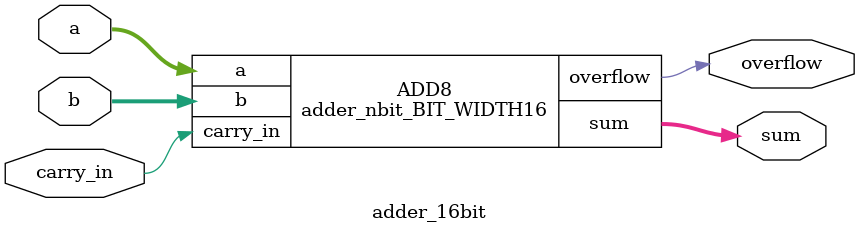
<source format=v>


module adder_1bit_15 ( a, b, carry_in, sum, carry_out );
  input a, b, carry_in;
  output sum, carry_out;
  wire   n1, n2;

  XOR2X1 U1 ( .A(carry_in), .B(n1), .Y(sum) );
  INVX1 U2 ( .A(n2), .Y(carry_out) );
  AOI22X1 U3 ( .A(b), .B(a), .C(n1), .D(carry_in), .Y(n2) );
  XOR2X1 U4 ( .A(a), .B(b), .Y(n1) );
endmodule


module adder_1bit_0 ( a, b, carry_in, sum, carry_out );
  input a, b, carry_in;
  output sum, carry_out;
  wire   n1, n2;

  XOR2X1 U1 ( .A(carry_in), .B(n1), .Y(sum) );
  INVX1 U2 ( .A(n2), .Y(carry_out) );
  AOI22X1 U3 ( .A(b), .B(a), .C(n1), .D(carry_in), .Y(n2) );
  XOR2X1 U4 ( .A(a), .B(b), .Y(n1) );
endmodule


module adder_1bit_1 ( a, b, carry_in, sum, carry_out );
  input a, b, carry_in;
  output sum, carry_out;
  wire   n1, n2;

  XOR2X1 U1 ( .A(carry_in), .B(n1), .Y(sum) );
  INVX1 U2 ( .A(n2), .Y(carry_out) );
  AOI22X1 U3 ( .A(b), .B(a), .C(n1), .D(carry_in), .Y(n2) );
  XOR2X1 U4 ( .A(a), .B(b), .Y(n1) );
endmodule


module adder_1bit_2 ( a, b, carry_in, sum, carry_out );
  input a, b, carry_in;
  output sum, carry_out;
  wire   n1, n2;

  XOR2X1 U1 ( .A(carry_in), .B(n1), .Y(sum) );
  INVX1 U2 ( .A(n2), .Y(carry_out) );
  AOI22X1 U3 ( .A(b), .B(a), .C(n1), .D(carry_in), .Y(n2) );
  XOR2X1 U4 ( .A(a), .B(b), .Y(n1) );
endmodule


module adder_1bit_3 ( a, b, carry_in, sum, carry_out );
  input a, b, carry_in;
  output sum, carry_out;
  wire   n1, n2;

  XOR2X1 U1 ( .A(carry_in), .B(n1), .Y(sum) );
  INVX1 U2 ( .A(n2), .Y(carry_out) );
  AOI22X1 U3 ( .A(b), .B(a), .C(n1), .D(carry_in), .Y(n2) );
  XOR2X1 U4 ( .A(a), .B(b), .Y(n1) );
endmodule


module adder_1bit_4 ( a, b, carry_in, sum, carry_out );
  input a, b, carry_in;
  output sum, carry_out;
  wire   n1, n2;

  XOR2X1 U1 ( .A(carry_in), .B(n1), .Y(sum) );
  INVX1 U2 ( .A(n2), .Y(carry_out) );
  AOI22X1 U3 ( .A(b), .B(a), .C(n1), .D(carry_in), .Y(n2) );
  XOR2X1 U4 ( .A(a), .B(b), .Y(n1) );
endmodule


module adder_1bit_5 ( a, b, carry_in, sum, carry_out );
  input a, b, carry_in;
  output sum, carry_out;
  wire   n1, n2;

  XOR2X1 U1 ( .A(carry_in), .B(n1), .Y(sum) );
  INVX1 U2 ( .A(n2), .Y(carry_out) );
  AOI22X1 U3 ( .A(b), .B(a), .C(n1), .D(carry_in), .Y(n2) );
  XOR2X1 U4 ( .A(a), .B(b), .Y(n1) );
endmodule


module adder_1bit_6 ( a, b, carry_in, sum, carry_out );
  input a, b, carry_in;
  output sum, carry_out;
  wire   n1, n2;

  XOR2X1 U1 ( .A(carry_in), .B(n1), .Y(sum) );
  INVX1 U2 ( .A(n2), .Y(carry_out) );
  AOI22X1 U3 ( .A(b), .B(a), .C(n1), .D(carry_in), .Y(n2) );
  XOR2X1 U4 ( .A(a), .B(b), .Y(n1) );
endmodule


module adder_1bit_7 ( a, b, carry_in, sum, carry_out );
  input a, b, carry_in;
  output sum, carry_out;
  wire   n1, n2;

  XOR2X1 U1 ( .A(carry_in), .B(n1), .Y(sum) );
  INVX1 U2 ( .A(n2), .Y(carry_out) );
  AOI22X1 U3 ( .A(b), .B(a), .C(n1), .D(carry_in), .Y(n2) );
  XOR2X1 U4 ( .A(a), .B(b), .Y(n1) );
endmodule


module adder_1bit_8 ( a, b, carry_in, sum, carry_out );
  input a, b, carry_in;
  output sum, carry_out;
  wire   n1, n2;

  XOR2X1 U1 ( .A(carry_in), .B(n1), .Y(sum) );
  INVX1 U2 ( .A(n2), .Y(carry_out) );
  AOI22X1 U3 ( .A(b), .B(a), .C(n1), .D(carry_in), .Y(n2) );
  XOR2X1 U4 ( .A(a), .B(b), .Y(n1) );
endmodule


module adder_1bit_9 ( a, b, carry_in, sum, carry_out );
  input a, b, carry_in;
  output sum, carry_out;
  wire   n1, n2;

  XOR2X1 U1 ( .A(carry_in), .B(n1), .Y(sum) );
  INVX1 U2 ( .A(n2), .Y(carry_out) );
  AOI22X1 U3 ( .A(b), .B(a), .C(n1), .D(carry_in), .Y(n2) );
  XOR2X1 U4 ( .A(a), .B(b), .Y(n1) );
endmodule


module adder_1bit_10 ( a, b, carry_in, sum, carry_out );
  input a, b, carry_in;
  output sum, carry_out;
  wire   n1, n2;

  XOR2X1 U1 ( .A(carry_in), .B(n1), .Y(sum) );
  INVX1 U2 ( .A(n2), .Y(carry_out) );
  AOI22X1 U3 ( .A(b), .B(a), .C(n1), .D(carry_in), .Y(n2) );
  XOR2X1 U4 ( .A(a), .B(b), .Y(n1) );
endmodule


module adder_1bit_11 ( a, b, carry_in, sum, carry_out );
  input a, b, carry_in;
  output sum, carry_out;
  wire   n1, n2;

  XOR2X1 U1 ( .A(carry_in), .B(n1), .Y(sum) );
  INVX1 U2 ( .A(n2), .Y(carry_out) );
  AOI22X1 U3 ( .A(b), .B(a), .C(n1), .D(carry_in), .Y(n2) );
  XOR2X1 U4 ( .A(a), .B(b), .Y(n1) );
endmodule


module adder_1bit_12 ( a, b, carry_in, sum, carry_out );
  input a, b, carry_in;
  output sum, carry_out;
  wire   n1, n2;

  XOR2X1 U1 ( .A(carry_in), .B(n1), .Y(sum) );
  INVX1 U2 ( .A(n2), .Y(carry_out) );
  AOI22X1 U3 ( .A(b), .B(a), .C(n1), .D(carry_in), .Y(n2) );
  XOR2X1 U4 ( .A(a), .B(b), .Y(n1) );
endmodule


module adder_1bit_13 ( a, b, carry_in, sum, carry_out );
  input a, b, carry_in;
  output sum, carry_out;
  wire   n1, n2;

  XOR2X1 U1 ( .A(carry_in), .B(n1), .Y(sum) );
  INVX1 U2 ( .A(n2), .Y(carry_out) );
  AOI22X1 U3 ( .A(b), .B(a), .C(n1), .D(carry_in), .Y(n2) );
  XOR2X1 U4 ( .A(a), .B(b), .Y(n1) );
endmodule


module adder_1bit_14 ( a, b, carry_in, sum, carry_out );
  input a, b, carry_in;
  output sum, carry_out;
  wire   n1, n2;

  XOR2X1 U1 ( .A(carry_in), .B(n1), .Y(sum) );
  INVX1 U2 ( .A(n2), .Y(carry_out) );
  AOI22X1 U3 ( .A(b), .B(a), .C(n1), .D(carry_in), .Y(n2) );
  XOR2X1 U4 ( .A(a), .B(b), .Y(n1) );
endmodule


module adder_nbit_BIT_WIDTH16 ( a, b, carry_in, sum, overflow );
  input [15:0] a;
  input [15:0] b;
  output [15:0] sum;
  input carry_in;
  output overflow;

  wire   [15:1] carrys;

  adder_1bit_15 \genblk1[0].IX  ( .a(a[0]), .b(b[0]), .carry_in(carry_in), 
        .sum(sum[0]), .carry_out(carrys[1]) );
  adder_1bit_14 \genblk1[1].IX  ( .a(a[1]), .b(b[1]), .carry_in(carrys[1]), 
        .sum(sum[1]), .carry_out(carrys[2]) );
  adder_1bit_13 \genblk1[2].IX  ( .a(a[2]), .b(b[2]), .carry_in(carrys[2]), 
        .sum(sum[2]), .carry_out(carrys[3]) );
  adder_1bit_12 \genblk1[3].IX  ( .a(a[3]), .b(b[3]), .carry_in(carrys[3]), 
        .sum(sum[3]), .carry_out(carrys[4]) );
  adder_1bit_11 \genblk1[4].IX  ( .a(a[4]), .b(b[4]), .carry_in(carrys[4]), 
        .sum(sum[4]), .carry_out(carrys[5]) );
  adder_1bit_10 \genblk1[5].IX  ( .a(a[5]), .b(b[5]), .carry_in(carrys[5]), 
        .sum(sum[5]), .carry_out(carrys[6]) );
  adder_1bit_9 \genblk1[6].IX  ( .a(a[6]), .b(b[6]), .carry_in(carrys[6]), 
        .sum(sum[6]), .carry_out(carrys[7]) );
  adder_1bit_8 \genblk1[7].IX  ( .a(a[7]), .b(b[7]), .carry_in(carrys[7]), 
        .sum(sum[7]), .carry_out(carrys[8]) );
  adder_1bit_7 \genblk1[8].IX  ( .a(a[8]), .b(b[8]), .carry_in(carrys[8]), 
        .sum(sum[8]), .carry_out(carrys[9]) );
  adder_1bit_6 \genblk1[9].IX  ( .a(a[9]), .b(b[9]), .carry_in(carrys[9]), 
        .sum(sum[9]), .carry_out(carrys[10]) );
  adder_1bit_5 \genblk1[10].IX  ( .a(a[10]), .b(b[10]), .carry_in(carrys[10]), 
        .sum(sum[10]), .carry_out(carrys[11]) );
  adder_1bit_4 \genblk1[11].IX  ( .a(a[11]), .b(b[11]), .carry_in(carrys[11]), 
        .sum(sum[11]), .carry_out(carrys[12]) );
  adder_1bit_3 \genblk1[12].IX  ( .a(a[12]), .b(b[12]), .carry_in(carrys[12]), 
        .sum(sum[12]), .carry_out(carrys[13]) );
  adder_1bit_2 \genblk1[13].IX  ( .a(a[13]), .b(b[13]), .carry_in(carrys[13]), 
        .sum(sum[13]), .carry_out(carrys[14]) );
  adder_1bit_1 \genblk1[14].IX  ( .a(a[14]), .b(b[14]), .carry_in(carrys[14]), 
        .sum(sum[14]), .carry_out(carrys[15]) );
  adder_1bit_0 \genblk1[15].IX  ( .a(a[15]), .b(b[15]), .carry_in(carrys[15]), 
        .sum(sum[15]), .carry_out(overflow) );
endmodule


module adder_16bit ( a, b, carry_in, sum, overflow );
  input [15:0] a;
  input [15:0] b;
  output [15:0] sum;
  input carry_in;
  output overflow;


  adder_nbit_BIT_WIDTH16 ADD8 ( .a(a), .b(b), .carry_in(carry_in), .sum(sum), 
        .overflow(overflow) );
endmodule


</source>
